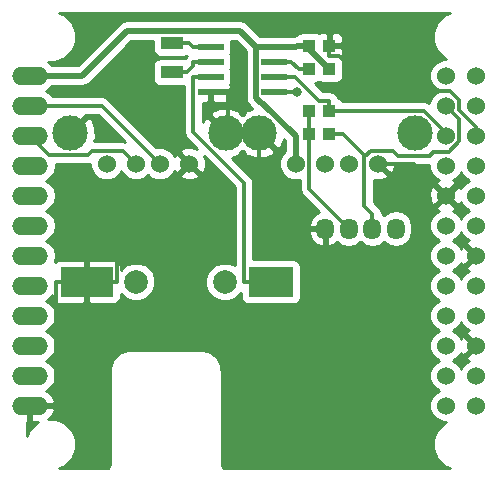
<source format=gtl>
G04 #@! TF.FileFunction,Copper,L1,Top,Signal*
%FSLAX46Y46*%
G04 Gerber Fmt 4.6, Leading zero omitted, Abs format (unit mm)*
G04 Created by KiCad (PCBNEW 4.0.1-stable) date 05/05/18 00:40:07*
%MOMM*%
G01*
G04 APERTURE LIST*
%ADD10C,0.050000*%
%ADD11C,1.524000*%
%ADD12O,3.048000X1.524000*%
%ADD13C,2.000000*%
%ADD14R,3.800000X2.500000*%
%ADD15R,4.500000X2.500000*%
%ADD16R,1.100000X1.000000*%
%ADD17C,3.000000*%
%ADD18O,1.524000X1.800000*%
%ADD19R,2.200000X0.600000*%
%ADD20R,1.900000X1.100000*%
%ADD21C,0.800000*%
%ADD22C,0.300000*%
%ADD23C,0.500000*%
%ADD24C,0.254000*%
G04 APERTURE END LIST*
D10*
D11*
X128270000Y-56030000D03*
X125730000Y-56030000D03*
X128270000Y-58570000D03*
X125730000Y-58570000D03*
X128270000Y-61110000D03*
X125730000Y-61110000D03*
X128270000Y-63650000D03*
X125730000Y-63650000D03*
X128270000Y-66190000D03*
X125730000Y-66190000D03*
X128270000Y-68730000D03*
X125730000Y-68730000D03*
X128270000Y-71270000D03*
X125730000Y-71270000D03*
X128270000Y-73810000D03*
X125730000Y-73810000D03*
X128270000Y-76350000D03*
X125730000Y-76350000D03*
X128270000Y-78890000D03*
X125730000Y-78890000D03*
X128270000Y-81430000D03*
X125730000Y-81430000D03*
X128270000Y-83970000D03*
X125730000Y-83970000D03*
D12*
X90500000Y-56030000D03*
X90500000Y-58570000D03*
X90500000Y-61110000D03*
X90500000Y-63650000D03*
X90500000Y-66190000D03*
X90500000Y-68730000D03*
X90500000Y-71270000D03*
X90500000Y-73810000D03*
X90500000Y-76350000D03*
X90500000Y-78890000D03*
X90500000Y-81430000D03*
X90500000Y-83970000D03*
D13*
X99500000Y-73500000D03*
D14*
X110900000Y-73500000D03*
D15*
X95300000Y-73500000D03*
D13*
X107000000Y-73500000D03*
D16*
X114150000Y-53500000D03*
X115850000Y-53500000D03*
D11*
X97000000Y-63500000D03*
X99500000Y-63500000D03*
X101500000Y-63500000D03*
X104000000Y-63500000D03*
D17*
X93930000Y-60900000D03*
X107070000Y-60900000D03*
D11*
X113000000Y-63500000D03*
X115500000Y-63500000D03*
X117500000Y-63500000D03*
X120000000Y-63500000D03*
D17*
X109930000Y-60900000D03*
X123070000Y-60900000D03*
D18*
X121500000Y-69000000D03*
X119500000Y-69000000D03*
X117500000Y-69000000D03*
X115500000Y-69000000D03*
D16*
X114150000Y-59000000D03*
X115850000Y-59000000D03*
X114150000Y-61000000D03*
X115850000Y-61000000D03*
X115850000Y-55500000D03*
X114150000Y-55500000D03*
D19*
X105800000Y-54865000D03*
X111200000Y-54865000D03*
X105800000Y-53595000D03*
X105800000Y-56135000D03*
X105800000Y-57405000D03*
X111200000Y-53595000D03*
X111200000Y-56135000D03*
X111200000Y-57405000D03*
D20*
X102500000Y-53250000D03*
X102500000Y-55750000D03*
D21*
X99500000Y-57500000D03*
X118500000Y-56500000D03*
X119500000Y-52000000D03*
X115500000Y-83500000D03*
X95300000Y-73500000D03*
X113130800Y-57405000D03*
D22*
X108649700Y-65150000D02*
X108649700Y-73500000D01*
X104349700Y-60850000D02*
X108649700Y-65150000D01*
X104349700Y-56135000D02*
X104349700Y-60850000D01*
X105800000Y-56135000D02*
X104349700Y-56135000D01*
X110900000Y-73500000D02*
X108649700Y-73500000D01*
X118675000Y-56325000D02*
X118500000Y-56500000D01*
X115850000Y-53500000D02*
X118000000Y-53500000D01*
X118000000Y-53500000D02*
X119500000Y-52000000D01*
X105800000Y-57405000D02*
X107250300Y-57405000D01*
X107250300Y-57405000D02*
X107250300Y-60719700D01*
X107250300Y-60719700D02*
X107070000Y-60900000D01*
X123040000Y-63500000D02*
X125730000Y-66190000D01*
X120000000Y-63500000D02*
X123040000Y-63500000D01*
X107430600Y-60900000D02*
X107250300Y-60719700D01*
X109930000Y-60900000D02*
X107430600Y-60900000D01*
X115500000Y-69000000D02*
X114387700Y-69000000D01*
X109930000Y-64542300D02*
X114387700Y-69000000D01*
X109930000Y-60900000D02*
X109930000Y-64542300D01*
X90500000Y-83970000D02*
X92374300Y-83970000D01*
X97900300Y-69599700D02*
X104000000Y-63500000D01*
X97900300Y-73500000D02*
X97900300Y-69599700D01*
X92699700Y-83644600D02*
X92374300Y-83970000D01*
X92699700Y-73500000D02*
X92699700Y-83644600D01*
X95300000Y-73500000D02*
X97900300Y-73500000D01*
X95300000Y-73500000D02*
X92699700Y-73500000D01*
X116700300Y-54350300D02*
X115850000Y-54350300D01*
X119650000Y-57300000D02*
X118675000Y-56325000D01*
X118675000Y-56325000D02*
X116700300Y-54350300D01*
X126073300Y-57300000D02*
X119650000Y-57300000D01*
X126842400Y-58069100D02*
X126073300Y-57300000D01*
X126842400Y-58974700D02*
X126842400Y-58069100D01*
X128270000Y-60402300D02*
X126842400Y-58974700D01*
X128270000Y-61110000D02*
X128270000Y-60402300D01*
X115850000Y-53500000D02*
X115850000Y-54350300D01*
D23*
X114150000Y-53500000D02*
X113649900Y-53500000D01*
X113649900Y-53500000D02*
X113149700Y-53500000D01*
X113850000Y-53500000D02*
X115850000Y-55500000D01*
X113649900Y-53500000D02*
X113850000Y-53500000D01*
X113054700Y-53595000D02*
X111200000Y-53595000D01*
X113149700Y-53500000D02*
X113054700Y-53595000D01*
X113000000Y-61169400D02*
X113000000Y-63500000D01*
X110157000Y-58326400D02*
X113000000Y-61169400D01*
X110050700Y-58326400D02*
X110157000Y-58326400D01*
X109649700Y-57925400D02*
X110050700Y-58326400D01*
X109649700Y-53595000D02*
X109649700Y-57925400D01*
X111200000Y-53595000D02*
X109649700Y-53595000D01*
X108292400Y-52237700D02*
X109649700Y-53595000D01*
X98728400Y-52237700D02*
X108292400Y-52237700D01*
X94936100Y-56030000D02*
X98728400Y-52237700D01*
X90500000Y-56030000D02*
X94936100Y-56030000D01*
D22*
X98386900Y-62386900D02*
X99500000Y-63500000D01*
X95781100Y-62386900D02*
X98386900Y-62386900D01*
X95399400Y-62768600D02*
X95781100Y-62386900D01*
X92158600Y-62768600D02*
X95399400Y-62768600D01*
X90500000Y-61110000D02*
X92158600Y-62768600D01*
X96570000Y-58570000D02*
X101500000Y-63500000D01*
X90500000Y-58570000D02*
X96570000Y-58570000D01*
X114150000Y-65650000D02*
X114150000Y-61000000D01*
X117500000Y-69000000D02*
X114150000Y-65650000D01*
X114150000Y-61000000D02*
X114150000Y-59000000D01*
X119500000Y-69000000D02*
X119500000Y-67749700D01*
X115850000Y-61000000D02*
X116750300Y-61000000D01*
X117038300Y-61000000D02*
X116750300Y-61000000D01*
X118894000Y-62855700D02*
X117038300Y-61000000D01*
X119362100Y-62387600D02*
X118894000Y-62855700D01*
X121219600Y-62387600D02*
X119362100Y-62387600D01*
X121659200Y-62827200D02*
X121219600Y-62387600D01*
X124343000Y-62827200D02*
X121659200Y-62827200D01*
X124670100Y-62500100D02*
X124343000Y-62827200D01*
X125953200Y-62500100D02*
X124670100Y-62500100D01*
X126842400Y-61610900D02*
X125953200Y-62500100D01*
X126842400Y-59682400D02*
X126842400Y-61610900D01*
X125730000Y-58570000D02*
X126842400Y-59682400D01*
X118816700Y-67066400D02*
X119500000Y-67749700D01*
X118816700Y-62933000D02*
X118816700Y-67066400D01*
X118894000Y-62855700D02*
X118816700Y-62933000D01*
X111200000Y-57405000D02*
X113130800Y-57405000D01*
X123851000Y-59000000D02*
X115850000Y-59000000D01*
X125730000Y-60879000D02*
X123851000Y-59000000D01*
X125730000Y-61110000D02*
X125730000Y-60879000D01*
X114999700Y-58149700D02*
X115850000Y-58149700D01*
X112985000Y-56135000D02*
X114999700Y-58149700D01*
X111200000Y-56135000D02*
X112985000Y-56135000D01*
X115850000Y-59000000D02*
X115850000Y-58149700D01*
X112650300Y-54900600D02*
X113249700Y-55500000D01*
X112650300Y-54865000D02*
X112650300Y-54900600D01*
X114150000Y-55500000D02*
X113249700Y-55500000D01*
X111200000Y-54865000D02*
X112650300Y-54865000D01*
X104349700Y-55200600D02*
X104349700Y-54865000D01*
X103800300Y-55750000D02*
X104349700Y-55200600D01*
X102500000Y-55750000D02*
X103800300Y-55750000D01*
X105800000Y-54865000D02*
X104349700Y-54865000D01*
X104004700Y-53250000D02*
X104349700Y-53595000D01*
X102500000Y-53250000D02*
X104004700Y-53250000D01*
X105800000Y-53595000D02*
X104349700Y-53595000D01*
D24*
G36*
X100902560Y-53800000D02*
X100946838Y-54035317D01*
X101085910Y-54251441D01*
X101298110Y-54396431D01*
X101550000Y-54447440D01*
X103450000Y-54447440D01*
X103685317Y-54403162D01*
X103767772Y-54350104D01*
X103624455Y-54564594D01*
X103620001Y-54586986D01*
X103450000Y-54552560D01*
X101550000Y-54552560D01*
X101314683Y-54596838D01*
X101098559Y-54735910D01*
X100953569Y-54948110D01*
X100902560Y-55200000D01*
X100902560Y-56300000D01*
X100946838Y-56535317D01*
X101085910Y-56751441D01*
X101298110Y-56896431D01*
X101550000Y-56947440D01*
X103450000Y-56947440D01*
X103564700Y-56925858D01*
X103564700Y-60850000D01*
X103624455Y-61150407D01*
X103794621Y-61405079D01*
X104631649Y-62242107D01*
X104207698Y-62090856D01*
X103652632Y-62118638D01*
X103268857Y-62277603D01*
X103199392Y-62519787D01*
X104000000Y-63320395D01*
X104014143Y-63306253D01*
X104193748Y-63485858D01*
X104179605Y-63500000D01*
X104980213Y-64300608D01*
X105222397Y-64231143D01*
X105409144Y-63707698D01*
X105381362Y-63152632D01*
X105267651Y-62878109D01*
X107864700Y-65475158D01*
X107864700Y-72088702D01*
X107326648Y-71865284D01*
X106676205Y-71864716D01*
X106075057Y-72113106D01*
X105614722Y-72572637D01*
X105365284Y-73173352D01*
X105364716Y-73823795D01*
X105613106Y-74424943D01*
X106072637Y-74885278D01*
X106673352Y-75134716D01*
X107323795Y-75135284D01*
X107924943Y-74886894D01*
X108352560Y-74460024D01*
X108352560Y-74750000D01*
X108396838Y-74985317D01*
X108535910Y-75201441D01*
X108748110Y-75346431D01*
X109000000Y-75397440D01*
X112800000Y-75397440D01*
X113035317Y-75353162D01*
X113251441Y-75214090D01*
X113396431Y-75001890D01*
X113447440Y-74750000D01*
X113447440Y-72250000D01*
X113403162Y-72014683D01*
X113264090Y-71798559D01*
X113051890Y-71653569D01*
X112800000Y-71602560D01*
X109434700Y-71602560D01*
X109434700Y-69345752D01*
X114117986Y-69345752D01*
X114302689Y-69858812D01*
X114669672Y-70262135D01*
X115156930Y-70492220D01*
X115373000Y-70369720D01*
X115373000Y-69127000D01*
X114261251Y-69127000D01*
X114117986Y-69345752D01*
X109434700Y-69345752D01*
X109434700Y-65150000D01*
X109406130Y-65006371D01*
X109374945Y-64849593D01*
X109204779Y-64594921D01*
X107606782Y-62996924D01*
X108244582Y-62732739D01*
X108392554Y-62437534D01*
X108482314Y-62527294D01*
X108500000Y-62509608D01*
X108517686Y-62527294D01*
X108607446Y-62437534D01*
X108755418Y-62732739D01*
X109546187Y-63042723D01*
X110395387Y-63026497D01*
X111104582Y-62732739D01*
X111264365Y-62413970D01*
X109930000Y-61079605D01*
X109915858Y-61093748D01*
X109736253Y-60914143D01*
X109750395Y-60900000D01*
X109736253Y-60885858D01*
X109915858Y-60706253D01*
X109930000Y-60720395D01*
X109944143Y-60706253D01*
X110123748Y-60885858D01*
X110109605Y-60900000D01*
X111443970Y-62234365D01*
X111762739Y-62074582D01*
X112013616Y-61434595D01*
X112115000Y-61535979D01*
X112115000Y-62409522D01*
X111816371Y-62707630D01*
X111603243Y-63220900D01*
X111602758Y-63776661D01*
X111814990Y-64290303D01*
X112207630Y-64683629D01*
X112720900Y-64896757D01*
X113276661Y-64897242D01*
X113365000Y-64860741D01*
X113365000Y-65650000D01*
X113424755Y-65950407D01*
X113594921Y-66205079D01*
X114980794Y-67590952D01*
X114669672Y-67737865D01*
X114302689Y-68141188D01*
X114117986Y-68654248D01*
X114261251Y-68873000D01*
X115373000Y-68873000D01*
X115373000Y-68853000D01*
X115627000Y-68853000D01*
X115627000Y-68873000D01*
X115647000Y-68873000D01*
X115647000Y-69127000D01*
X115627000Y-69127000D01*
X115627000Y-70369720D01*
X115843070Y-70492220D01*
X116330328Y-70262135D01*
X116476105Y-70101922D01*
X116512172Y-70155900D01*
X116965391Y-70458732D01*
X117500000Y-70565072D01*
X118034609Y-70458732D01*
X118487828Y-70155900D01*
X118500000Y-70137683D01*
X118512172Y-70155900D01*
X118965391Y-70458732D01*
X119500000Y-70565072D01*
X120034609Y-70458732D01*
X120487828Y-70155900D01*
X120500000Y-70137683D01*
X120512172Y-70155900D01*
X120965391Y-70458732D01*
X121500000Y-70565072D01*
X122034609Y-70458732D01*
X122487828Y-70155900D01*
X122790660Y-69702681D01*
X122897000Y-69168072D01*
X122897000Y-68831928D01*
X122790660Y-68297319D01*
X122487828Y-67844100D01*
X122034609Y-67541268D01*
X121500000Y-67434928D01*
X120965391Y-67541268D01*
X120512172Y-67844100D01*
X120500000Y-67862317D01*
X120487828Y-67844100D01*
X120275566Y-67702270D01*
X120225245Y-67449294D01*
X120225245Y-67449293D01*
X120055079Y-67194621D01*
X119601700Y-66741242D01*
X119601700Y-65982302D01*
X124320856Y-65982302D01*
X124348638Y-66537368D01*
X124507603Y-66921143D01*
X124749787Y-66990608D01*
X125550395Y-66190000D01*
X124749787Y-65389392D01*
X124507603Y-65458857D01*
X124320856Y-65982302D01*
X119601700Y-65982302D01*
X119601700Y-64841144D01*
X119792302Y-64909144D01*
X120347368Y-64881362D01*
X120731143Y-64722397D01*
X120800608Y-64480213D01*
X120000000Y-63679605D01*
X119985858Y-63693748D01*
X119806253Y-63514143D01*
X119820395Y-63500000D01*
X119806253Y-63485858D01*
X119985858Y-63306253D01*
X120000000Y-63320395D01*
X120014143Y-63306253D01*
X120193748Y-63485858D01*
X120179605Y-63500000D01*
X120980213Y-64300608D01*
X121222397Y-64231143D01*
X121409144Y-63707698D01*
X121401802Y-63561000D01*
X121659200Y-63612200D01*
X124333032Y-63612200D01*
X124332758Y-63926661D01*
X124544990Y-64440303D01*
X124937630Y-64833629D01*
X125129727Y-64913395D01*
X124998857Y-64967603D01*
X124929392Y-65209787D01*
X125730000Y-66010395D01*
X126530608Y-65209787D01*
X126461143Y-64967603D01*
X126320682Y-64917491D01*
X126520303Y-64835010D01*
X126913629Y-64442370D01*
X126999949Y-64234488D01*
X127084990Y-64440303D01*
X127477630Y-64833629D01*
X127685512Y-64919949D01*
X127479697Y-65004990D01*
X127086371Y-65397630D01*
X127006605Y-65589727D01*
X126952397Y-65458857D01*
X126710213Y-65389392D01*
X125909605Y-66190000D01*
X126710213Y-66990608D01*
X126952397Y-66921143D01*
X127002509Y-66780682D01*
X127084990Y-66980303D01*
X127477630Y-67373629D01*
X127685512Y-67459949D01*
X127479697Y-67544990D01*
X127086371Y-67937630D01*
X127000051Y-68145512D01*
X126915010Y-67939697D01*
X126522370Y-67546371D01*
X126330273Y-67466605D01*
X126461143Y-67412397D01*
X126530608Y-67170213D01*
X125730000Y-66369605D01*
X124929392Y-67170213D01*
X124998857Y-67412397D01*
X125139318Y-67462509D01*
X124939697Y-67544990D01*
X124546371Y-67937630D01*
X124333243Y-68450900D01*
X124332758Y-69006661D01*
X124544990Y-69520303D01*
X124937630Y-69913629D01*
X125145512Y-69999949D01*
X124939697Y-70084990D01*
X124546371Y-70477630D01*
X124333243Y-70990900D01*
X124332758Y-71546661D01*
X124544990Y-72060303D01*
X124937630Y-72453629D01*
X125145512Y-72539949D01*
X124939697Y-72624990D01*
X124546371Y-73017630D01*
X124333243Y-73530900D01*
X124332758Y-74086661D01*
X124544990Y-74600303D01*
X124937630Y-74993629D01*
X125145512Y-75079949D01*
X124939697Y-75164990D01*
X124546371Y-75557630D01*
X124333243Y-76070900D01*
X124332758Y-76626661D01*
X124544990Y-77140303D01*
X124937630Y-77533629D01*
X125145512Y-77619949D01*
X124939697Y-77704990D01*
X124546371Y-78097630D01*
X124333243Y-78610900D01*
X124332758Y-79166661D01*
X124544990Y-79680303D01*
X124937630Y-80073629D01*
X125145512Y-80159949D01*
X124939697Y-80244990D01*
X124546371Y-80637630D01*
X124333243Y-81150900D01*
X124332758Y-81706661D01*
X124544990Y-82220303D01*
X124937630Y-82613629D01*
X125145512Y-82699949D01*
X124939697Y-82784990D01*
X124546371Y-83177630D01*
X124333243Y-83690900D01*
X124332758Y-84246661D01*
X124544990Y-84760303D01*
X124937630Y-85153629D01*
X125450900Y-85366757D01*
X125716432Y-85366989D01*
X125542200Y-85438980D01*
X124941091Y-86039041D01*
X124615372Y-86823459D01*
X124614630Y-87672815D01*
X124938980Y-88457800D01*
X125539041Y-89058909D01*
X126035363Y-89265000D01*
X107072390Y-89265000D01*
X106904101Y-89231525D01*
X106822798Y-89177201D01*
X106768475Y-89095901D01*
X106735000Y-88927610D01*
X106735000Y-81000000D01*
X106720877Y-80929000D01*
X106720877Y-80856609D01*
X106644757Y-80473926D01*
X106558217Y-80265000D01*
X106535010Y-80208973D01*
X106318237Y-79884549D01*
X106250641Y-79816954D01*
X106115451Y-79681762D01*
X105791027Y-79464990D01*
X105526074Y-79355243D01*
X105143391Y-79279123D01*
X105071000Y-79279123D01*
X105000000Y-79265000D01*
X99000000Y-79265000D01*
X98929000Y-79279123D01*
X98856609Y-79279123D01*
X98473926Y-79355243D01*
X98306462Y-79424609D01*
X98208973Y-79464990D01*
X97884549Y-79681763D01*
X97816954Y-79749359D01*
X97681762Y-79884549D01*
X97464990Y-80208973D01*
X97441783Y-80265000D01*
X97355243Y-80473926D01*
X97279123Y-80856609D01*
X97279123Y-80929000D01*
X97265000Y-81000000D01*
X97265000Y-88927610D01*
X97231525Y-89095899D01*
X97177201Y-89177202D01*
X97095901Y-89231525D01*
X96927610Y-89265000D01*
X92964132Y-89265000D01*
X93457800Y-89061020D01*
X94058909Y-88460959D01*
X94384628Y-87676541D01*
X94385370Y-86827185D01*
X94061020Y-86042200D01*
X93460959Y-85441091D01*
X92676541Y-85115372D01*
X92034271Y-85114811D01*
X92339630Y-84868026D01*
X92601260Y-84387277D01*
X92616220Y-84313070D01*
X92493720Y-84097000D01*
X90627000Y-84097000D01*
X90627000Y-85367000D01*
X91216404Y-85367000D01*
X91042200Y-85438980D01*
X90441091Y-86039041D01*
X90235000Y-86535363D01*
X90235000Y-85367000D01*
X90373000Y-85367000D01*
X90373000Y-84097000D01*
X90353000Y-84097000D01*
X90353000Y-83843000D01*
X90373000Y-83843000D01*
X90373000Y-83823000D01*
X90627000Y-83823000D01*
X90627000Y-83843000D01*
X92493720Y-83843000D01*
X92616220Y-83626930D01*
X92601260Y-83552723D01*
X92339630Y-83071974D01*
X91913941Y-82727941D01*
X91854338Y-82710349D01*
X92292125Y-82417828D01*
X92594957Y-81964609D01*
X92701297Y-81430000D01*
X92594957Y-80895391D01*
X92292125Y-80442172D01*
X91869826Y-80160000D01*
X92292125Y-79877828D01*
X92594957Y-79424609D01*
X92701297Y-78890000D01*
X92594957Y-78355391D01*
X92292125Y-77902172D01*
X91869826Y-77620000D01*
X92292125Y-77337828D01*
X92594957Y-76884609D01*
X92701297Y-76350000D01*
X92594957Y-75815391D01*
X92292125Y-75362172D01*
X91869826Y-75080000D01*
X92292125Y-74797828D01*
X92415000Y-74613933D01*
X92415000Y-74876309D01*
X92511673Y-75109698D01*
X92690301Y-75288327D01*
X92923690Y-75385000D01*
X95014250Y-75385000D01*
X95173000Y-75226250D01*
X95173000Y-73627000D01*
X95153000Y-73627000D01*
X95153000Y-73373000D01*
X95173000Y-73373000D01*
X95173000Y-71773750D01*
X95427000Y-71773750D01*
X95427000Y-73373000D01*
X95447000Y-73373000D01*
X95447000Y-73627000D01*
X95427000Y-73627000D01*
X95427000Y-75226250D01*
X95585750Y-75385000D01*
X97676310Y-75385000D01*
X97909699Y-75288327D01*
X98088327Y-75109698D01*
X98185000Y-74876309D01*
X98185000Y-74496963D01*
X98572637Y-74885278D01*
X99173352Y-75134716D01*
X99823795Y-75135284D01*
X100424943Y-74886894D01*
X100885278Y-74427363D01*
X101134716Y-73826648D01*
X101135284Y-73176205D01*
X100886894Y-72575057D01*
X100427363Y-72114722D01*
X99826648Y-71865284D01*
X99176205Y-71864716D01*
X98575057Y-72113106D01*
X98185000Y-72502482D01*
X98185000Y-72123691D01*
X98088327Y-71890302D01*
X97909699Y-71711673D01*
X97676310Y-71615000D01*
X95585750Y-71615000D01*
X95427000Y-71773750D01*
X95173000Y-71773750D01*
X95014250Y-71615000D01*
X92923690Y-71615000D01*
X92690301Y-71711673D01*
X92590107Y-71811868D01*
X92594957Y-71804609D01*
X92701297Y-71270000D01*
X92594957Y-70735391D01*
X92292125Y-70282172D01*
X91869826Y-70000000D01*
X92292125Y-69717828D01*
X92594957Y-69264609D01*
X92701297Y-68730000D01*
X92594957Y-68195391D01*
X92292125Y-67742172D01*
X91869826Y-67460000D01*
X92292125Y-67177828D01*
X92594957Y-66724609D01*
X92701297Y-66190000D01*
X92594957Y-65655391D01*
X92292125Y-65202172D01*
X91869826Y-64920000D01*
X92292125Y-64637828D01*
X92594957Y-64184609D01*
X92701297Y-63650000D01*
X92682122Y-63553600D01*
X95399400Y-63553600D01*
X95602988Y-63513104D01*
X95602758Y-63776661D01*
X95814990Y-64290303D01*
X96207630Y-64683629D01*
X96720900Y-64896757D01*
X97276661Y-64897242D01*
X97790303Y-64685010D01*
X98183629Y-64292370D01*
X98249900Y-64132772D01*
X98314990Y-64290303D01*
X98707630Y-64683629D01*
X99220900Y-64896757D01*
X99776661Y-64897242D01*
X100290303Y-64685010D01*
X100500021Y-64475658D01*
X100707630Y-64683629D01*
X101220900Y-64896757D01*
X101776661Y-64897242D01*
X102290303Y-64685010D01*
X102495457Y-64480213D01*
X103199392Y-64480213D01*
X103268857Y-64722397D01*
X103792302Y-64909144D01*
X104347368Y-64881362D01*
X104731143Y-64722397D01*
X104800608Y-64480213D01*
X104000000Y-63679605D01*
X103199392Y-64480213D01*
X102495457Y-64480213D01*
X102683629Y-64292370D01*
X102743370Y-64148497D01*
X102777603Y-64231143D01*
X103019787Y-64300608D01*
X103820395Y-63500000D01*
X103019787Y-62699392D01*
X102777603Y-62768857D01*
X102746026Y-62857367D01*
X102685010Y-62709697D01*
X102292370Y-62316371D01*
X101779100Y-62103243D01*
X101223339Y-62102758D01*
X101215963Y-62105805D01*
X97125079Y-58014921D01*
X96870407Y-57844755D01*
X96570000Y-57785000D01*
X92427651Y-57785000D01*
X92292125Y-57582172D01*
X91869826Y-57300000D01*
X92292125Y-57017828D01*
X92360833Y-56915000D01*
X94936095Y-56915000D01*
X94936100Y-56915001D01*
X95247240Y-56853110D01*
X95274775Y-56847633D01*
X95561890Y-56655790D01*
X99094979Y-53122700D01*
X100902560Y-53122700D01*
X100902560Y-53800000D01*
X100902560Y-53800000D01*
G37*
X100902560Y-53800000D02*
X100946838Y-54035317D01*
X101085910Y-54251441D01*
X101298110Y-54396431D01*
X101550000Y-54447440D01*
X103450000Y-54447440D01*
X103685317Y-54403162D01*
X103767772Y-54350104D01*
X103624455Y-54564594D01*
X103620001Y-54586986D01*
X103450000Y-54552560D01*
X101550000Y-54552560D01*
X101314683Y-54596838D01*
X101098559Y-54735910D01*
X100953569Y-54948110D01*
X100902560Y-55200000D01*
X100902560Y-56300000D01*
X100946838Y-56535317D01*
X101085910Y-56751441D01*
X101298110Y-56896431D01*
X101550000Y-56947440D01*
X103450000Y-56947440D01*
X103564700Y-56925858D01*
X103564700Y-60850000D01*
X103624455Y-61150407D01*
X103794621Y-61405079D01*
X104631649Y-62242107D01*
X104207698Y-62090856D01*
X103652632Y-62118638D01*
X103268857Y-62277603D01*
X103199392Y-62519787D01*
X104000000Y-63320395D01*
X104014143Y-63306253D01*
X104193748Y-63485858D01*
X104179605Y-63500000D01*
X104980213Y-64300608D01*
X105222397Y-64231143D01*
X105409144Y-63707698D01*
X105381362Y-63152632D01*
X105267651Y-62878109D01*
X107864700Y-65475158D01*
X107864700Y-72088702D01*
X107326648Y-71865284D01*
X106676205Y-71864716D01*
X106075057Y-72113106D01*
X105614722Y-72572637D01*
X105365284Y-73173352D01*
X105364716Y-73823795D01*
X105613106Y-74424943D01*
X106072637Y-74885278D01*
X106673352Y-75134716D01*
X107323795Y-75135284D01*
X107924943Y-74886894D01*
X108352560Y-74460024D01*
X108352560Y-74750000D01*
X108396838Y-74985317D01*
X108535910Y-75201441D01*
X108748110Y-75346431D01*
X109000000Y-75397440D01*
X112800000Y-75397440D01*
X113035317Y-75353162D01*
X113251441Y-75214090D01*
X113396431Y-75001890D01*
X113447440Y-74750000D01*
X113447440Y-72250000D01*
X113403162Y-72014683D01*
X113264090Y-71798559D01*
X113051890Y-71653569D01*
X112800000Y-71602560D01*
X109434700Y-71602560D01*
X109434700Y-69345752D01*
X114117986Y-69345752D01*
X114302689Y-69858812D01*
X114669672Y-70262135D01*
X115156930Y-70492220D01*
X115373000Y-70369720D01*
X115373000Y-69127000D01*
X114261251Y-69127000D01*
X114117986Y-69345752D01*
X109434700Y-69345752D01*
X109434700Y-65150000D01*
X109406130Y-65006371D01*
X109374945Y-64849593D01*
X109204779Y-64594921D01*
X107606782Y-62996924D01*
X108244582Y-62732739D01*
X108392554Y-62437534D01*
X108482314Y-62527294D01*
X108500000Y-62509608D01*
X108517686Y-62527294D01*
X108607446Y-62437534D01*
X108755418Y-62732739D01*
X109546187Y-63042723D01*
X110395387Y-63026497D01*
X111104582Y-62732739D01*
X111264365Y-62413970D01*
X109930000Y-61079605D01*
X109915858Y-61093748D01*
X109736253Y-60914143D01*
X109750395Y-60900000D01*
X109736253Y-60885858D01*
X109915858Y-60706253D01*
X109930000Y-60720395D01*
X109944143Y-60706253D01*
X110123748Y-60885858D01*
X110109605Y-60900000D01*
X111443970Y-62234365D01*
X111762739Y-62074582D01*
X112013616Y-61434595D01*
X112115000Y-61535979D01*
X112115000Y-62409522D01*
X111816371Y-62707630D01*
X111603243Y-63220900D01*
X111602758Y-63776661D01*
X111814990Y-64290303D01*
X112207630Y-64683629D01*
X112720900Y-64896757D01*
X113276661Y-64897242D01*
X113365000Y-64860741D01*
X113365000Y-65650000D01*
X113424755Y-65950407D01*
X113594921Y-66205079D01*
X114980794Y-67590952D01*
X114669672Y-67737865D01*
X114302689Y-68141188D01*
X114117986Y-68654248D01*
X114261251Y-68873000D01*
X115373000Y-68873000D01*
X115373000Y-68853000D01*
X115627000Y-68853000D01*
X115627000Y-68873000D01*
X115647000Y-68873000D01*
X115647000Y-69127000D01*
X115627000Y-69127000D01*
X115627000Y-70369720D01*
X115843070Y-70492220D01*
X116330328Y-70262135D01*
X116476105Y-70101922D01*
X116512172Y-70155900D01*
X116965391Y-70458732D01*
X117500000Y-70565072D01*
X118034609Y-70458732D01*
X118487828Y-70155900D01*
X118500000Y-70137683D01*
X118512172Y-70155900D01*
X118965391Y-70458732D01*
X119500000Y-70565072D01*
X120034609Y-70458732D01*
X120487828Y-70155900D01*
X120500000Y-70137683D01*
X120512172Y-70155900D01*
X120965391Y-70458732D01*
X121500000Y-70565072D01*
X122034609Y-70458732D01*
X122487828Y-70155900D01*
X122790660Y-69702681D01*
X122897000Y-69168072D01*
X122897000Y-68831928D01*
X122790660Y-68297319D01*
X122487828Y-67844100D01*
X122034609Y-67541268D01*
X121500000Y-67434928D01*
X120965391Y-67541268D01*
X120512172Y-67844100D01*
X120500000Y-67862317D01*
X120487828Y-67844100D01*
X120275566Y-67702270D01*
X120225245Y-67449294D01*
X120225245Y-67449293D01*
X120055079Y-67194621D01*
X119601700Y-66741242D01*
X119601700Y-65982302D01*
X124320856Y-65982302D01*
X124348638Y-66537368D01*
X124507603Y-66921143D01*
X124749787Y-66990608D01*
X125550395Y-66190000D01*
X124749787Y-65389392D01*
X124507603Y-65458857D01*
X124320856Y-65982302D01*
X119601700Y-65982302D01*
X119601700Y-64841144D01*
X119792302Y-64909144D01*
X120347368Y-64881362D01*
X120731143Y-64722397D01*
X120800608Y-64480213D01*
X120000000Y-63679605D01*
X119985858Y-63693748D01*
X119806253Y-63514143D01*
X119820395Y-63500000D01*
X119806253Y-63485858D01*
X119985858Y-63306253D01*
X120000000Y-63320395D01*
X120014143Y-63306253D01*
X120193748Y-63485858D01*
X120179605Y-63500000D01*
X120980213Y-64300608D01*
X121222397Y-64231143D01*
X121409144Y-63707698D01*
X121401802Y-63561000D01*
X121659200Y-63612200D01*
X124333032Y-63612200D01*
X124332758Y-63926661D01*
X124544990Y-64440303D01*
X124937630Y-64833629D01*
X125129727Y-64913395D01*
X124998857Y-64967603D01*
X124929392Y-65209787D01*
X125730000Y-66010395D01*
X126530608Y-65209787D01*
X126461143Y-64967603D01*
X126320682Y-64917491D01*
X126520303Y-64835010D01*
X126913629Y-64442370D01*
X126999949Y-64234488D01*
X127084990Y-64440303D01*
X127477630Y-64833629D01*
X127685512Y-64919949D01*
X127479697Y-65004990D01*
X127086371Y-65397630D01*
X127006605Y-65589727D01*
X126952397Y-65458857D01*
X126710213Y-65389392D01*
X125909605Y-66190000D01*
X126710213Y-66990608D01*
X126952397Y-66921143D01*
X127002509Y-66780682D01*
X127084990Y-66980303D01*
X127477630Y-67373629D01*
X127685512Y-67459949D01*
X127479697Y-67544990D01*
X127086371Y-67937630D01*
X127000051Y-68145512D01*
X126915010Y-67939697D01*
X126522370Y-67546371D01*
X126330273Y-67466605D01*
X126461143Y-67412397D01*
X126530608Y-67170213D01*
X125730000Y-66369605D01*
X124929392Y-67170213D01*
X124998857Y-67412397D01*
X125139318Y-67462509D01*
X124939697Y-67544990D01*
X124546371Y-67937630D01*
X124333243Y-68450900D01*
X124332758Y-69006661D01*
X124544990Y-69520303D01*
X124937630Y-69913629D01*
X125145512Y-69999949D01*
X124939697Y-70084990D01*
X124546371Y-70477630D01*
X124333243Y-70990900D01*
X124332758Y-71546661D01*
X124544990Y-72060303D01*
X124937630Y-72453629D01*
X125145512Y-72539949D01*
X124939697Y-72624990D01*
X124546371Y-73017630D01*
X124333243Y-73530900D01*
X124332758Y-74086661D01*
X124544990Y-74600303D01*
X124937630Y-74993629D01*
X125145512Y-75079949D01*
X124939697Y-75164990D01*
X124546371Y-75557630D01*
X124333243Y-76070900D01*
X124332758Y-76626661D01*
X124544990Y-77140303D01*
X124937630Y-77533629D01*
X125145512Y-77619949D01*
X124939697Y-77704990D01*
X124546371Y-78097630D01*
X124333243Y-78610900D01*
X124332758Y-79166661D01*
X124544990Y-79680303D01*
X124937630Y-80073629D01*
X125145512Y-80159949D01*
X124939697Y-80244990D01*
X124546371Y-80637630D01*
X124333243Y-81150900D01*
X124332758Y-81706661D01*
X124544990Y-82220303D01*
X124937630Y-82613629D01*
X125145512Y-82699949D01*
X124939697Y-82784990D01*
X124546371Y-83177630D01*
X124333243Y-83690900D01*
X124332758Y-84246661D01*
X124544990Y-84760303D01*
X124937630Y-85153629D01*
X125450900Y-85366757D01*
X125716432Y-85366989D01*
X125542200Y-85438980D01*
X124941091Y-86039041D01*
X124615372Y-86823459D01*
X124614630Y-87672815D01*
X124938980Y-88457800D01*
X125539041Y-89058909D01*
X126035363Y-89265000D01*
X107072390Y-89265000D01*
X106904101Y-89231525D01*
X106822798Y-89177201D01*
X106768475Y-89095901D01*
X106735000Y-88927610D01*
X106735000Y-81000000D01*
X106720877Y-80929000D01*
X106720877Y-80856609D01*
X106644757Y-80473926D01*
X106558217Y-80265000D01*
X106535010Y-80208973D01*
X106318237Y-79884549D01*
X106250641Y-79816954D01*
X106115451Y-79681762D01*
X105791027Y-79464990D01*
X105526074Y-79355243D01*
X105143391Y-79279123D01*
X105071000Y-79279123D01*
X105000000Y-79265000D01*
X99000000Y-79265000D01*
X98929000Y-79279123D01*
X98856609Y-79279123D01*
X98473926Y-79355243D01*
X98306462Y-79424609D01*
X98208973Y-79464990D01*
X97884549Y-79681763D01*
X97816954Y-79749359D01*
X97681762Y-79884549D01*
X97464990Y-80208973D01*
X97441783Y-80265000D01*
X97355243Y-80473926D01*
X97279123Y-80856609D01*
X97279123Y-80929000D01*
X97265000Y-81000000D01*
X97265000Y-88927610D01*
X97231525Y-89095899D01*
X97177201Y-89177202D01*
X97095901Y-89231525D01*
X96927610Y-89265000D01*
X92964132Y-89265000D01*
X93457800Y-89061020D01*
X94058909Y-88460959D01*
X94384628Y-87676541D01*
X94385370Y-86827185D01*
X94061020Y-86042200D01*
X93460959Y-85441091D01*
X92676541Y-85115372D01*
X92034271Y-85114811D01*
X92339630Y-84868026D01*
X92601260Y-84387277D01*
X92616220Y-84313070D01*
X92493720Y-84097000D01*
X90627000Y-84097000D01*
X90627000Y-85367000D01*
X91216404Y-85367000D01*
X91042200Y-85438980D01*
X90441091Y-86039041D01*
X90235000Y-86535363D01*
X90235000Y-85367000D01*
X90373000Y-85367000D01*
X90373000Y-84097000D01*
X90353000Y-84097000D01*
X90353000Y-83843000D01*
X90373000Y-83843000D01*
X90373000Y-83823000D01*
X90627000Y-83823000D01*
X90627000Y-83843000D01*
X92493720Y-83843000D01*
X92616220Y-83626930D01*
X92601260Y-83552723D01*
X92339630Y-83071974D01*
X91913941Y-82727941D01*
X91854338Y-82710349D01*
X92292125Y-82417828D01*
X92594957Y-81964609D01*
X92701297Y-81430000D01*
X92594957Y-80895391D01*
X92292125Y-80442172D01*
X91869826Y-80160000D01*
X92292125Y-79877828D01*
X92594957Y-79424609D01*
X92701297Y-78890000D01*
X92594957Y-78355391D01*
X92292125Y-77902172D01*
X91869826Y-77620000D01*
X92292125Y-77337828D01*
X92594957Y-76884609D01*
X92701297Y-76350000D01*
X92594957Y-75815391D01*
X92292125Y-75362172D01*
X91869826Y-75080000D01*
X92292125Y-74797828D01*
X92415000Y-74613933D01*
X92415000Y-74876309D01*
X92511673Y-75109698D01*
X92690301Y-75288327D01*
X92923690Y-75385000D01*
X95014250Y-75385000D01*
X95173000Y-75226250D01*
X95173000Y-73627000D01*
X95153000Y-73627000D01*
X95153000Y-73373000D01*
X95173000Y-73373000D01*
X95173000Y-71773750D01*
X95427000Y-71773750D01*
X95427000Y-73373000D01*
X95447000Y-73373000D01*
X95447000Y-73627000D01*
X95427000Y-73627000D01*
X95427000Y-75226250D01*
X95585750Y-75385000D01*
X97676310Y-75385000D01*
X97909699Y-75288327D01*
X98088327Y-75109698D01*
X98185000Y-74876309D01*
X98185000Y-74496963D01*
X98572637Y-74885278D01*
X99173352Y-75134716D01*
X99823795Y-75135284D01*
X100424943Y-74886894D01*
X100885278Y-74427363D01*
X101134716Y-73826648D01*
X101135284Y-73176205D01*
X100886894Y-72575057D01*
X100427363Y-72114722D01*
X99826648Y-71865284D01*
X99176205Y-71864716D01*
X98575057Y-72113106D01*
X98185000Y-72502482D01*
X98185000Y-72123691D01*
X98088327Y-71890302D01*
X97909699Y-71711673D01*
X97676310Y-71615000D01*
X95585750Y-71615000D01*
X95427000Y-71773750D01*
X95173000Y-71773750D01*
X95014250Y-71615000D01*
X92923690Y-71615000D01*
X92690301Y-71711673D01*
X92590107Y-71811868D01*
X92594957Y-71804609D01*
X92701297Y-71270000D01*
X92594957Y-70735391D01*
X92292125Y-70282172D01*
X91869826Y-70000000D01*
X92292125Y-69717828D01*
X92594957Y-69264609D01*
X92701297Y-68730000D01*
X92594957Y-68195391D01*
X92292125Y-67742172D01*
X91869826Y-67460000D01*
X92292125Y-67177828D01*
X92594957Y-66724609D01*
X92701297Y-66190000D01*
X92594957Y-65655391D01*
X92292125Y-65202172D01*
X91869826Y-64920000D01*
X92292125Y-64637828D01*
X92594957Y-64184609D01*
X92701297Y-63650000D01*
X92682122Y-63553600D01*
X95399400Y-63553600D01*
X95602988Y-63513104D01*
X95602758Y-63776661D01*
X95814990Y-64290303D01*
X96207630Y-64683629D01*
X96720900Y-64896757D01*
X97276661Y-64897242D01*
X97790303Y-64685010D01*
X98183629Y-64292370D01*
X98249900Y-64132772D01*
X98314990Y-64290303D01*
X98707630Y-64683629D01*
X99220900Y-64896757D01*
X99776661Y-64897242D01*
X100290303Y-64685010D01*
X100500021Y-64475658D01*
X100707630Y-64683629D01*
X101220900Y-64896757D01*
X101776661Y-64897242D01*
X102290303Y-64685010D01*
X102495457Y-64480213D01*
X103199392Y-64480213D01*
X103268857Y-64722397D01*
X103792302Y-64909144D01*
X104347368Y-64881362D01*
X104731143Y-64722397D01*
X104800608Y-64480213D01*
X104000000Y-63679605D01*
X103199392Y-64480213D01*
X102495457Y-64480213D01*
X102683629Y-64292370D01*
X102743370Y-64148497D01*
X102777603Y-64231143D01*
X103019787Y-64300608D01*
X103820395Y-63500000D01*
X103019787Y-62699392D01*
X102777603Y-62768857D01*
X102746026Y-62857367D01*
X102685010Y-62709697D01*
X102292370Y-62316371D01*
X101779100Y-62103243D01*
X101223339Y-62102758D01*
X101215963Y-62105805D01*
X97125079Y-58014921D01*
X96870407Y-57844755D01*
X96570000Y-57785000D01*
X92427651Y-57785000D01*
X92292125Y-57582172D01*
X91869826Y-57300000D01*
X92292125Y-57017828D01*
X92360833Y-56915000D01*
X94936095Y-56915000D01*
X94936100Y-56915001D01*
X95247240Y-56853110D01*
X95274775Y-56847633D01*
X95561890Y-56655790D01*
X99094979Y-53122700D01*
X100902560Y-53122700D01*
X100902560Y-53800000D01*
G36*
X127084990Y-77140303D02*
X127477630Y-77533629D01*
X127669727Y-77613395D01*
X127538857Y-77667603D01*
X127469392Y-77909787D01*
X128270000Y-78710395D01*
X128284143Y-78696253D01*
X128463748Y-78875858D01*
X128449605Y-78890000D01*
X128463748Y-78904143D01*
X128284143Y-79083748D01*
X128270000Y-79069605D01*
X127469392Y-79870213D01*
X127538857Y-80112397D01*
X127679318Y-80162509D01*
X127479697Y-80244990D01*
X127086371Y-80637630D01*
X127000051Y-80845512D01*
X126915010Y-80639697D01*
X126522370Y-80246371D01*
X126314488Y-80160051D01*
X126520303Y-80075010D01*
X126913629Y-79682370D01*
X126993395Y-79490273D01*
X127047603Y-79621143D01*
X127289787Y-79690608D01*
X128090395Y-78890000D01*
X127289787Y-78089392D01*
X127047603Y-78158857D01*
X126997491Y-78299318D01*
X126915010Y-78099697D01*
X126522370Y-77706371D01*
X126314488Y-77620051D01*
X126520303Y-77535010D01*
X126913629Y-77142370D01*
X126999949Y-76934488D01*
X127084990Y-77140303D01*
X127084990Y-77140303D01*
G37*
X127084990Y-77140303D02*
X127477630Y-77533629D01*
X127669727Y-77613395D01*
X127538857Y-77667603D01*
X127469392Y-77909787D01*
X128270000Y-78710395D01*
X128284143Y-78696253D01*
X128463748Y-78875858D01*
X128449605Y-78890000D01*
X128463748Y-78904143D01*
X128284143Y-79083748D01*
X128270000Y-79069605D01*
X127469392Y-79870213D01*
X127538857Y-80112397D01*
X127679318Y-80162509D01*
X127479697Y-80244990D01*
X127086371Y-80637630D01*
X127000051Y-80845512D01*
X126915010Y-80639697D01*
X126522370Y-80246371D01*
X126314488Y-80160051D01*
X126520303Y-80075010D01*
X126913629Y-79682370D01*
X126993395Y-79490273D01*
X127047603Y-79621143D01*
X127289787Y-79690608D01*
X128090395Y-78890000D01*
X127289787Y-78089392D01*
X127047603Y-78158857D01*
X126997491Y-78299318D01*
X126915010Y-78099697D01*
X126522370Y-77706371D01*
X126314488Y-77620051D01*
X126520303Y-77535010D01*
X126913629Y-77142370D01*
X126999949Y-76934488D01*
X127084990Y-77140303D01*
G36*
X127084990Y-69520303D02*
X127477630Y-69913629D01*
X127669727Y-69993395D01*
X127538857Y-70047603D01*
X127469392Y-70289787D01*
X128270000Y-71090395D01*
X128284143Y-71076253D01*
X128463748Y-71255858D01*
X128449605Y-71270000D01*
X128463748Y-71284143D01*
X128284143Y-71463748D01*
X128270000Y-71449605D01*
X127469392Y-72250213D01*
X127538857Y-72492397D01*
X127679318Y-72542509D01*
X127479697Y-72624990D01*
X127086371Y-73017630D01*
X127000051Y-73225512D01*
X126915010Y-73019697D01*
X126522370Y-72626371D01*
X126314488Y-72540051D01*
X126520303Y-72455010D01*
X126913629Y-72062370D01*
X126993395Y-71870273D01*
X127047603Y-72001143D01*
X127289787Y-72070608D01*
X128090395Y-71270000D01*
X127289787Y-70469392D01*
X127047603Y-70538857D01*
X126997491Y-70679318D01*
X126915010Y-70479697D01*
X126522370Y-70086371D01*
X126314488Y-70000051D01*
X126520303Y-69915010D01*
X126913629Y-69522370D01*
X126999949Y-69314488D01*
X127084990Y-69520303D01*
X127084990Y-69520303D01*
G37*
X127084990Y-69520303D02*
X127477630Y-69913629D01*
X127669727Y-69993395D01*
X127538857Y-70047603D01*
X127469392Y-70289787D01*
X128270000Y-71090395D01*
X128284143Y-71076253D01*
X128463748Y-71255858D01*
X128449605Y-71270000D01*
X128463748Y-71284143D01*
X128284143Y-71463748D01*
X128270000Y-71449605D01*
X127469392Y-72250213D01*
X127538857Y-72492397D01*
X127679318Y-72542509D01*
X127479697Y-72624990D01*
X127086371Y-73017630D01*
X127000051Y-73225512D01*
X126915010Y-73019697D01*
X126522370Y-72626371D01*
X126314488Y-72540051D01*
X126520303Y-72455010D01*
X126913629Y-72062370D01*
X126993395Y-71870273D01*
X127047603Y-72001143D01*
X127289787Y-72070608D01*
X128090395Y-71270000D01*
X127289787Y-70469392D01*
X127047603Y-70538857D01*
X126997491Y-70679318D01*
X126915010Y-70479697D01*
X126522370Y-70086371D01*
X126314488Y-70000051D01*
X126520303Y-69915010D01*
X126913629Y-69522370D01*
X126999949Y-69314488D01*
X127084990Y-69520303D01*
G36*
X98517775Y-61627933D02*
X98386900Y-61601900D01*
X95948032Y-61601900D01*
X96072723Y-61283813D01*
X96056497Y-60434613D01*
X95762739Y-59725418D01*
X95443970Y-59565635D01*
X94109605Y-60900000D01*
X94123748Y-60914143D01*
X93944143Y-61093748D01*
X93930000Y-61079605D01*
X93915858Y-61093748D01*
X93736253Y-60914143D01*
X93750395Y-60900000D01*
X93736253Y-60885858D01*
X93915858Y-60706253D01*
X93930000Y-60720395D01*
X95264365Y-59386030D01*
X95248811Y-59355000D01*
X96244842Y-59355000D01*
X98517775Y-61627933D01*
X98517775Y-61627933D01*
G37*
X98517775Y-61627933D02*
X98386900Y-61601900D01*
X95948032Y-61601900D01*
X96072723Y-61283813D01*
X96056497Y-60434613D01*
X95762739Y-59725418D01*
X95443970Y-59565635D01*
X94109605Y-60900000D01*
X94123748Y-60914143D01*
X93944143Y-61093748D01*
X93930000Y-61079605D01*
X93915858Y-61093748D01*
X93736253Y-60914143D01*
X93750395Y-60900000D01*
X93736253Y-60885858D01*
X93915858Y-60706253D01*
X93930000Y-60720395D01*
X95264365Y-59386030D01*
X95248811Y-59355000D01*
X96244842Y-59355000D01*
X98517775Y-61627933D01*
G36*
X128463748Y-61095858D02*
X128449605Y-61110000D01*
X128463748Y-61124143D01*
X128284143Y-61303748D01*
X128270000Y-61289605D01*
X128255858Y-61303748D01*
X128076253Y-61124143D01*
X128090395Y-61110000D01*
X128076253Y-61095858D01*
X128255858Y-60916253D01*
X128270000Y-60930395D01*
X128284143Y-60916253D01*
X128463748Y-61095858D01*
X128463748Y-61095858D01*
G37*
X128463748Y-61095858D02*
X128449605Y-61110000D01*
X128463748Y-61124143D01*
X128284143Y-61303748D01*
X128270000Y-61289605D01*
X128255858Y-61303748D01*
X128076253Y-61124143D01*
X128090395Y-61110000D01*
X128076253Y-61095858D01*
X128255858Y-60916253D01*
X128270000Y-60930395D01*
X128284143Y-60916253D01*
X128463748Y-61095858D01*
G36*
X108764700Y-53961579D02*
X108764700Y-57925395D01*
X108764699Y-57925400D01*
X108792408Y-58064698D01*
X108832067Y-58264075D01*
X108952904Y-58444921D01*
X109023910Y-58551190D01*
X109310188Y-58837468D01*
X108755418Y-59067261D01*
X108607446Y-59362466D01*
X108517686Y-59272706D01*
X108500000Y-59290392D01*
X108482314Y-59272706D01*
X108392554Y-59362466D01*
X108244582Y-59067261D01*
X107453813Y-58757277D01*
X106604613Y-58773503D01*
X105895418Y-59067261D01*
X105735635Y-59386030D01*
X107070000Y-60720395D01*
X107084143Y-60706253D01*
X107263748Y-60885858D01*
X107249605Y-60900000D01*
X107263748Y-60914143D01*
X107084143Y-61093748D01*
X107070000Y-61079605D01*
X107055858Y-61093748D01*
X106876253Y-60914143D01*
X106890395Y-60900000D01*
X105556030Y-59565635D01*
X105237261Y-59725418D01*
X105134700Y-59987051D01*
X105134700Y-58340000D01*
X105514250Y-58340000D01*
X105673000Y-58181250D01*
X105673000Y-57532000D01*
X105927000Y-57532000D01*
X105927000Y-58181250D01*
X106085750Y-58340000D01*
X107026310Y-58340000D01*
X107259699Y-58243327D01*
X107438327Y-58064698D01*
X107535000Y-57831309D01*
X107535000Y-57690750D01*
X107376250Y-57532000D01*
X105927000Y-57532000D01*
X105673000Y-57532000D01*
X105653000Y-57532000D01*
X105653000Y-57278000D01*
X105673000Y-57278000D01*
X105673000Y-57258000D01*
X105927000Y-57258000D01*
X105927000Y-57278000D01*
X107376250Y-57278000D01*
X107535000Y-57119250D01*
X107535000Y-56978691D01*
X107445193Y-56761879D01*
X107496431Y-56686890D01*
X107547440Y-56435000D01*
X107547440Y-55835000D01*
X107503162Y-55599683D01*
X107439322Y-55500472D01*
X107496431Y-55416890D01*
X107547440Y-55165000D01*
X107547440Y-54565000D01*
X107503162Y-54329683D01*
X107439322Y-54230472D01*
X107496431Y-54146890D01*
X107547440Y-53895000D01*
X107547440Y-53295000D01*
X107515019Y-53122700D01*
X107925820Y-53122700D01*
X108764700Y-53961579D01*
X108764700Y-53961579D01*
G37*
X108764700Y-53961579D02*
X108764700Y-57925395D01*
X108764699Y-57925400D01*
X108792408Y-58064698D01*
X108832067Y-58264075D01*
X108952904Y-58444921D01*
X109023910Y-58551190D01*
X109310188Y-58837468D01*
X108755418Y-59067261D01*
X108607446Y-59362466D01*
X108517686Y-59272706D01*
X108500000Y-59290392D01*
X108482314Y-59272706D01*
X108392554Y-59362466D01*
X108244582Y-59067261D01*
X107453813Y-58757277D01*
X106604613Y-58773503D01*
X105895418Y-59067261D01*
X105735635Y-59386030D01*
X107070000Y-60720395D01*
X107084143Y-60706253D01*
X107263748Y-60885858D01*
X107249605Y-60900000D01*
X107263748Y-60914143D01*
X107084143Y-61093748D01*
X107070000Y-61079605D01*
X107055858Y-61093748D01*
X106876253Y-60914143D01*
X106890395Y-60900000D01*
X105556030Y-59565635D01*
X105237261Y-59725418D01*
X105134700Y-59987051D01*
X105134700Y-58340000D01*
X105514250Y-58340000D01*
X105673000Y-58181250D01*
X105673000Y-57532000D01*
X105927000Y-57532000D01*
X105927000Y-58181250D01*
X106085750Y-58340000D01*
X107026310Y-58340000D01*
X107259699Y-58243327D01*
X107438327Y-58064698D01*
X107535000Y-57831309D01*
X107535000Y-57690750D01*
X107376250Y-57532000D01*
X105927000Y-57532000D01*
X105673000Y-57532000D01*
X105653000Y-57532000D01*
X105653000Y-57278000D01*
X105673000Y-57278000D01*
X105673000Y-57258000D01*
X105927000Y-57258000D01*
X105927000Y-57278000D01*
X107376250Y-57278000D01*
X107535000Y-57119250D01*
X107535000Y-56978691D01*
X107445193Y-56761879D01*
X107496431Y-56686890D01*
X107547440Y-56435000D01*
X107547440Y-55835000D01*
X107503162Y-55599683D01*
X107439322Y-55500472D01*
X107496431Y-55416890D01*
X107547440Y-55165000D01*
X107547440Y-54565000D01*
X107503162Y-54329683D01*
X107439322Y-54230472D01*
X107496431Y-54146890D01*
X107547440Y-53895000D01*
X107547440Y-53295000D01*
X107515019Y-53122700D01*
X107925820Y-53122700D01*
X108764700Y-53961579D01*
G36*
X123263748Y-60885858D02*
X123249605Y-60900000D01*
X123263748Y-60914143D01*
X123084143Y-61093748D01*
X123070000Y-61079605D01*
X123055858Y-61093748D01*
X122876253Y-60914143D01*
X122890395Y-60900000D01*
X122876253Y-60885858D01*
X123055858Y-60706253D01*
X123070000Y-60720395D01*
X123084143Y-60706253D01*
X123263748Y-60885858D01*
X123263748Y-60885858D01*
G37*
X123263748Y-60885858D02*
X123249605Y-60900000D01*
X123263748Y-60914143D01*
X123084143Y-61093748D01*
X123070000Y-61079605D01*
X123055858Y-61093748D01*
X122876253Y-60914143D01*
X122890395Y-60900000D01*
X122876253Y-60885858D01*
X123055858Y-60706253D01*
X123070000Y-60720395D01*
X123084143Y-60706253D01*
X123263748Y-60885858D01*
G36*
X125542200Y-50938980D02*
X124941091Y-51539041D01*
X124615372Y-52323459D01*
X124614630Y-53172815D01*
X124938980Y-53957800D01*
X125539041Y-54558909D01*
X125717444Y-54632988D01*
X125453339Y-54632758D01*
X124939697Y-54844990D01*
X124546371Y-55237630D01*
X124333243Y-55750900D01*
X124332758Y-56306661D01*
X124544990Y-56820303D01*
X124937630Y-57213629D01*
X125145512Y-57299949D01*
X124939697Y-57384990D01*
X124546371Y-57777630D01*
X124333243Y-58290900D01*
X124333151Y-58396192D01*
X124151407Y-58274755D01*
X123851000Y-58215000D01*
X116971192Y-58215000D01*
X116864090Y-58048559D01*
X116651890Y-57903569D01*
X116583277Y-57889675D01*
X116575245Y-57849294D01*
X116405079Y-57594621D01*
X116150406Y-57424455D01*
X115850000Y-57364700D01*
X115324858Y-57364700D01*
X114607598Y-56647440D01*
X114700000Y-56647440D01*
X114935317Y-56603162D01*
X114998478Y-56562519D01*
X115048110Y-56596431D01*
X115300000Y-56647440D01*
X116400000Y-56647440D01*
X116635317Y-56603162D01*
X116851441Y-56464090D01*
X116996431Y-56251890D01*
X117047440Y-56000000D01*
X117047440Y-55000000D01*
X117003162Y-54764683D01*
X116864090Y-54548559D01*
X116795994Y-54502031D01*
X116938327Y-54359699D01*
X117035000Y-54126310D01*
X117035000Y-53785750D01*
X116876250Y-53627000D01*
X115977000Y-53627000D01*
X115977000Y-53647000D01*
X115723000Y-53647000D01*
X115723000Y-53627000D01*
X115703000Y-53627000D01*
X115703000Y-53373000D01*
X115723000Y-53373000D01*
X115723000Y-52523750D01*
X115977000Y-52523750D01*
X115977000Y-53373000D01*
X116876250Y-53373000D01*
X117035000Y-53214250D01*
X117035000Y-52873690D01*
X116938327Y-52640301D01*
X116759698Y-52461673D01*
X116526309Y-52365000D01*
X116135750Y-52365000D01*
X115977000Y-52523750D01*
X115723000Y-52523750D01*
X115564250Y-52365000D01*
X115173691Y-52365000D01*
X115000459Y-52436755D01*
X114951890Y-52403569D01*
X114700000Y-52352560D01*
X113600000Y-52352560D01*
X113364683Y-52396838D01*
X113148559Y-52535910D01*
X113085840Y-52627702D01*
X112811025Y-52682367D01*
X112769669Y-52710000D01*
X112568620Y-52710000D01*
X112551890Y-52698569D01*
X112300000Y-52647560D01*
X110100000Y-52647560D01*
X109976986Y-52670707D01*
X108918190Y-51611910D01*
X108809133Y-51539041D01*
X108631075Y-51420067D01*
X108574884Y-51408890D01*
X108292400Y-51352699D01*
X108292395Y-51352700D01*
X98728405Y-51352700D01*
X98728400Y-51352699D01*
X98389725Y-51420067D01*
X98102610Y-51611910D01*
X98102608Y-51611913D01*
X94569520Y-55145000D01*
X92360833Y-55145000D01*
X92292125Y-55042172D01*
X92056649Y-54884832D01*
X92672815Y-54885370D01*
X93457800Y-54561020D01*
X94058909Y-53960959D01*
X94384628Y-53176541D01*
X94385370Y-52327185D01*
X94061020Y-51542200D01*
X93460959Y-50941091D01*
X92964637Y-50735000D01*
X126035868Y-50735000D01*
X125542200Y-50938980D01*
X125542200Y-50938980D01*
G37*
X125542200Y-50938980D02*
X124941091Y-51539041D01*
X124615372Y-52323459D01*
X124614630Y-53172815D01*
X124938980Y-53957800D01*
X125539041Y-54558909D01*
X125717444Y-54632988D01*
X125453339Y-54632758D01*
X124939697Y-54844990D01*
X124546371Y-55237630D01*
X124333243Y-55750900D01*
X124332758Y-56306661D01*
X124544990Y-56820303D01*
X124937630Y-57213629D01*
X125145512Y-57299949D01*
X124939697Y-57384990D01*
X124546371Y-57777630D01*
X124333243Y-58290900D01*
X124333151Y-58396192D01*
X124151407Y-58274755D01*
X123851000Y-58215000D01*
X116971192Y-58215000D01*
X116864090Y-58048559D01*
X116651890Y-57903569D01*
X116583277Y-57889675D01*
X116575245Y-57849294D01*
X116405079Y-57594621D01*
X116150406Y-57424455D01*
X115850000Y-57364700D01*
X115324858Y-57364700D01*
X114607598Y-56647440D01*
X114700000Y-56647440D01*
X114935317Y-56603162D01*
X114998478Y-56562519D01*
X115048110Y-56596431D01*
X115300000Y-56647440D01*
X116400000Y-56647440D01*
X116635317Y-56603162D01*
X116851441Y-56464090D01*
X116996431Y-56251890D01*
X117047440Y-56000000D01*
X117047440Y-55000000D01*
X117003162Y-54764683D01*
X116864090Y-54548559D01*
X116795994Y-54502031D01*
X116938327Y-54359699D01*
X117035000Y-54126310D01*
X117035000Y-53785750D01*
X116876250Y-53627000D01*
X115977000Y-53627000D01*
X115977000Y-53647000D01*
X115723000Y-53647000D01*
X115723000Y-53627000D01*
X115703000Y-53627000D01*
X115703000Y-53373000D01*
X115723000Y-53373000D01*
X115723000Y-52523750D01*
X115977000Y-52523750D01*
X115977000Y-53373000D01*
X116876250Y-53373000D01*
X117035000Y-53214250D01*
X117035000Y-52873690D01*
X116938327Y-52640301D01*
X116759698Y-52461673D01*
X116526309Y-52365000D01*
X116135750Y-52365000D01*
X115977000Y-52523750D01*
X115723000Y-52523750D01*
X115564250Y-52365000D01*
X115173691Y-52365000D01*
X115000459Y-52436755D01*
X114951890Y-52403569D01*
X114700000Y-52352560D01*
X113600000Y-52352560D01*
X113364683Y-52396838D01*
X113148559Y-52535910D01*
X113085840Y-52627702D01*
X112811025Y-52682367D01*
X112769669Y-52710000D01*
X112568620Y-52710000D01*
X112551890Y-52698569D01*
X112300000Y-52647560D01*
X110100000Y-52647560D01*
X109976986Y-52670707D01*
X108918190Y-51611910D01*
X108809133Y-51539041D01*
X108631075Y-51420067D01*
X108574884Y-51408890D01*
X108292400Y-51352699D01*
X108292395Y-51352700D01*
X98728405Y-51352700D01*
X98728400Y-51352699D01*
X98389725Y-51420067D01*
X98102610Y-51611910D01*
X98102608Y-51611913D01*
X94569520Y-55145000D01*
X92360833Y-55145000D01*
X92292125Y-55042172D01*
X92056649Y-54884832D01*
X92672815Y-54885370D01*
X93457800Y-54561020D01*
X94058909Y-53960959D01*
X94384628Y-53176541D01*
X94385370Y-52327185D01*
X94061020Y-51542200D01*
X93460959Y-50941091D01*
X92964637Y-50735000D01*
X126035868Y-50735000D01*
X125542200Y-50938980D01*
M02*

</source>
